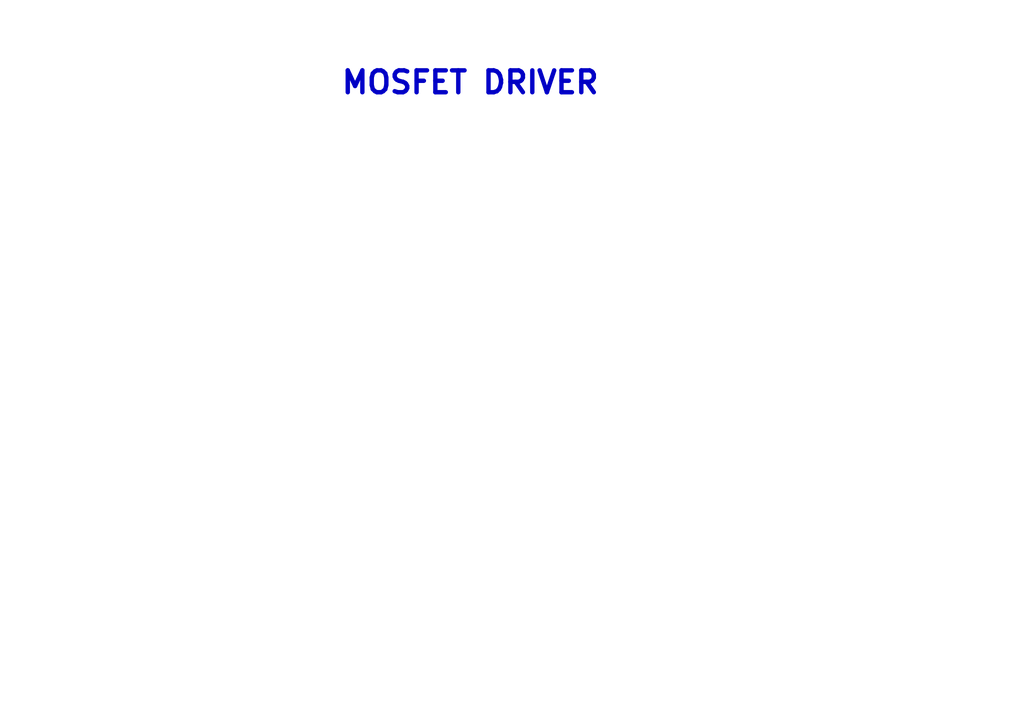
<source format=kicad_sch>
(kicad_sch
	(version 20250114)
	(generator "eeschema")
	(generator_version "9.0")
	(uuid "d1d3ed85-af35-4485-b1b5-e01c577c8654")
	(paper "A4")
	(title_block
		(title "MOSFET DRIVER")
		(date "2025-04-06")
		(rev "rev0")
		(company "DBtronics Inc.")
		(comment 1 "Dian Basit")
		(comment 2 "dianbasit@dbtronics.org")
		(comment 3 "+1 (587) 432-2486")
	)
	(lib_symbols)
	(text "${TITLE}\n"
		(exclude_from_sim no)
		(at 136.398 24.13 0)
		(effects
			(font
				(size 6.35 6.35)
				(thickness 1.27)
				(bold yes)
			)
		)
		(uuid "eb36207c-1905-420e-8bd3-f0cc738a3fa5")
	)
)

</source>
